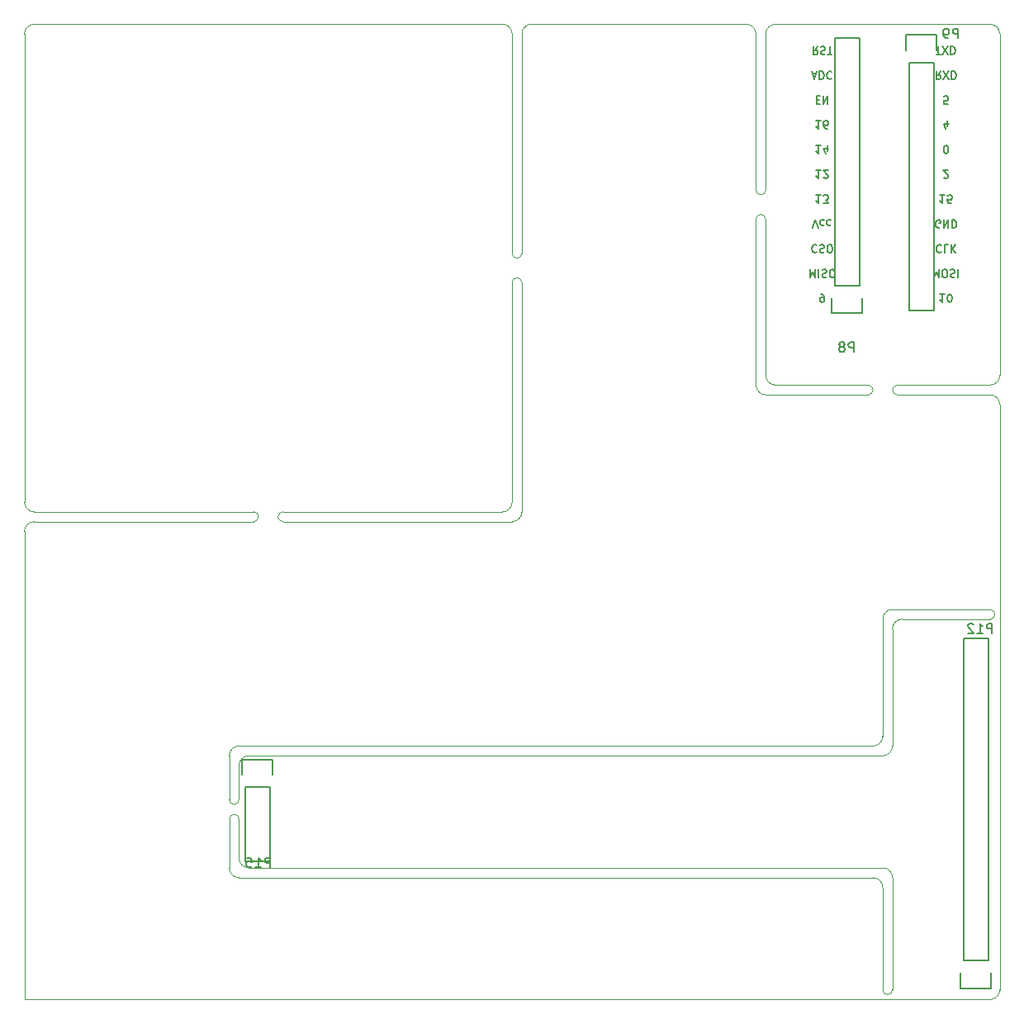
<source format=gbo>
G04 #@! TF.FileFunction,Legend,Bot*
%FSLAX46Y46*%
G04 Gerber Fmt 4.6, Leading zero omitted, Abs format (unit mm)*
G04 Created by KiCad (PCBNEW 4.0.2+dfsg1-stable) date Thu 29 Sep 2016 01:56:18 PM PDT*
%MOMM*%
G01*
G04 APERTURE LIST*
%ADD10C,0.100000*%
%ADD11C,0.010000*%
%ADD12C,0.150000*%
G04 APERTURE END LIST*
D10*
D11*
X0Y-49000000D02*
G75*
G03X1000000Y-50000000I1000000J0D01*
G01*
X1000000Y-51000000D02*
G75*
G03X0Y-52000000I0J-1000000D01*
G01*
X24000000Y-50500000D02*
G75*
G03X23500000Y-50000000I-500000J0D01*
G01*
X23500000Y-51000000D02*
G75*
G03X24000000Y-50500000I0J500000D01*
G01*
X26000000Y-50500000D02*
G75*
G03X26500000Y-51000000I500000J0D01*
G01*
X26500000Y-50000000D02*
G75*
G03X26000000Y-50500000I0J-500000D01*
G01*
X49000000Y-50000000D02*
G75*
G03X50000000Y-49000000I0J1000000D01*
G01*
X50000000Y-51000000D02*
G75*
G03X51000000Y-50000000I0J1000000D01*
G01*
X1000000Y0D02*
G75*
G03X0Y-1000000I0J-1000000D01*
G01*
X52000000Y0D02*
G75*
G03X51000000Y-1000000I0J-1000000D01*
G01*
X50000000Y-1000000D02*
G75*
G03X49000000Y0I-1000000J0D01*
G01*
X51000000Y-26500000D02*
G75*
G03X50500000Y-26000000I-500000J0D01*
G01*
X50500000Y-26000000D02*
G75*
G03X50000000Y-26500000I0J-500000D01*
G01*
X50500000Y-24000000D02*
G75*
G03X51000000Y-23500000I0J500000D01*
G01*
X50000000Y-23500000D02*
G75*
G03X50500000Y-24000000I500000J0D01*
G01*
X77000000Y0D02*
G75*
G03X76000000Y-1000000I0J-1000000D01*
G01*
X75000000Y-1000000D02*
G75*
G03X74000000Y0I-1000000J0D01*
G01*
X76000000Y-20000000D02*
G75*
G03X75500000Y-19500000I-500000J0D01*
G01*
X75500000Y-19500000D02*
G75*
G03X75000000Y-20000000I0J-500000D01*
G01*
X75500000Y-17500000D02*
G75*
G03X76000000Y-17000000I0J500000D01*
G01*
X75000000Y-17000000D02*
G75*
G03X75500000Y-17500000I500000J0D01*
G01*
X75000000Y-37000000D02*
G75*
G03X76000000Y-38000000I1000000J0D01*
G01*
X76000000Y-36000000D02*
G75*
G03X77000000Y-37000000I1000000J0D01*
G01*
X89000000Y-37500000D02*
G75*
G03X89500000Y-38000000I500000J0D01*
G01*
X89500000Y-37000000D02*
G75*
G03X89000000Y-37500000I0J-500000D01*
G01*
X86500000Y-38000000D02*
G75*
G03X87000000Y-37500000I0J500000D01*
G01*
X87000000Y-37500000D02*
G75*
G03X86500000Y-37000000I-500000J0D01*
G01*
X100000000Y-39000000D02*
G75*
G03X99000000Y-38000000I-1000000J0D01*
G01*
X99000000Y-37000000D02*
G75*
G03X100000000Y-36000000I0J1000000D01*
G01*
X100000000Y-1000000D02*
G75*
G03X99000000Y0I-1000000J0D01*
G01*
X99000000Y-100000000D02*
G75*
G03X100000000Y-99000000I0J1000000D01*
G01*
X99000000Y-61000000D02*
G75*
G03X99500000Y-60500000I0J500000D01*
G01*
X99500000Y-60500000D02*
G75*
G03X99000000Y-60000000I-500000J0D01*
G01*
X89000000Y-60000000D02*
G75*
G03X88000000Y-61000000I0J-1000000D01*
G01*
X90000000Y-61000000D02*
G75*
G03X89000000Y-62000000I0J-1000000D01*
G01*
X88000000Y-75000000D02*
G75*
G03X89000000Y-74000000I0J1000000D01*
G01*
X87000000Y-74000000D02*
G75*
G03X88000000Y-73000000I0J1000000D01*
G01*
X22000000Y-74000000D02*
G75*
G03X21000000Y-75000000I0J-1000000D01*
G01*
X23000000Y-75000000D02*
G75*
G03X22000000Y-76000000I0J-1000000D01*
G01*
X21500000Y-80000000D02*
G75*
G03X22000000Y-79500000I0J500000D01*
G01*
X21000000Y-79500000D02*
G75*
G03X21500000Y-80000000I500000J0D01*
G01*
X21500000Y-81000000D02*
G75*
G03X21000000Y-81500000I0J-500000D01*
G01*
X22000000Y-81500000D02*
G75*
G03X21500000Y-81000000I-500000J0D01*
G01*
X21000000Y-86500000D02*
G75*
G03X22000000Y-87500000I1000000J0D01*
G01*
X22000000Y-85500000D02*
G75*
G03X23000000Y-86500000I1000000J0D01*
G01*
X89000000Y-87500000D02*
G75*
G03X88000000Y-86500000I-1000000J0D01*
G01*
X88000000Y-88500000D02*
G75*
G03X87000000Y-87500000I-1000000J0D01*
G01*
X88500000Y-99500000D02*
G75*
G03X89000000Y-99000000I0J500000D01*
G01*
X88000000Y-99000000D02*
G75*
G03X88500000Y-99500000I500000J0D01*
G01*
X50000000Y-23500000D02*
X50000000Y-1000000D01*
X1000000Y-50000000D02*
X23500000Y-50000000D01*
X23500000Y-51000000D02*
X1000000Y-51000000D01*
X26500000Y-50000000D02*
X49000000Y-50000000D01*
X50000000Y-51000000D02*
X26500000Y-51000000D01*
X51000000Y-50000000D02*
X51000000Y-26500000D01*
X50000000Y-26500000D02*
X50000000Y-49000000D01*
X51000000Y-23500000D02*
X51000000Y-1000000D01*
X1000000Y0D02*
X49000000Y0D01*
X0Y-49000000D02*
X0Y-1000000D01*
X0Y-100000000D02*
X0Y-52000000D01*
X52000000Y0D02*
X74000000Y0D01*
X76000000Y-36000000D02*
X76000000Y-20000000D01*
X75000000Y-20000000D02*
X75000000Y-37000000D01*
X76000000Y-1000000D02*
X76000000Y-17000000D01*
X75000000Y-17000000D02*
X75000000Y-1000000D01*
X100000000Y-39000000D02*
X100000000Y-99000000D01*
X99000000Y0D02*
X77000000Y0D01*
X100000000Y-36000000D02*
X100000000Y-1000000D01*
X76000000Y-38000000D02*
X86500000Y-38000000D01*
X86500000Y-37000000D02*
X77000000Y-37000000D01*
X89500000Y-38000000D02*
X99000000Y-38000000D01*
X99000000Y-37000000D02*
X89500000Y-37000000D01*
X99000000Y-100000000D02*
X0Y-100000000D01*
X90000000Y-61000000D02*
X99000000Y-61000000D01*
X99000000Y-60000000D02*
X89000000Y-60000000D01*
X88000000Y-88500000D02*
X88000000Y-99000000D01*
X89000000Y-99000000D02*
X89000000Y-87500000D01*
X22000000Y-87500000D02*
X87000000Y-87500000D01*
X22000000Y-85500000D02*
X22000000Y-81500000D01*
X88000000Y-86500000D02*
X23000000Y-86500000D01*
X21000000Y-81500000D02*
X21000000Y-86500000D01*
X22000000Y-79500000D02*
X22000000Y-76000000D01*
X21000000Y-75000000D02*
X21000000Y-79500000D01*
X22000000Y-74000000D02*
X87000000Y-74000000D01*
X88000000Y-75000000D02*
X23000000Y-75000000D01*
X89000000Y-62000000D02*
X89000000Y-74000000D01*
X88000000Y-61000000D02*
X88000000Y-73000000D01*
D12*
X93222857Y-25158095D02*
X93222857Y-25958095D01*
X93489524Y-25386667D01*
X93756191Y-25958095D01*
X93756191Y-25158095D01*
X94289524Y-25958095D02*
X94441905Y-25958095D01*
X94518096Y-25920000D01*
X94594286Y-25843810D01*
X94632381Y-25691429D01*
X94632381Y-25424762D01*
X94594286Y-25272381D01*
X94518096Y-25196190D01*
X94441905Y-25158095D01*
X94289524Y-25158095D01*
X94213334Y-25196190D01*
X94137143Y-25272381D01*
X94099048Y-25424762D01*
X94099048Y-25691429D01*
X94137143Y-25843810D01*
X94213334Y-25920000D01*
X94289524Y-25958095D01*
X94937143Y-25196190D02*
X95051429Y-25158095D01*
X95241905Y-25158095D01*
X95318095Y-25196190D01*
X95356191Y-25234286D01*
X95394286Y-25310476D01*
X95394286Y-25386667D01*
X95356191Y-25462857D01*
X95318095Y-25500952D01*
X95241905Y-25539048D01*
X95089524Y-25577143D01*
X95013333Y-25615238D01*
X94975238Y-25653333D01*
X94937143Y-25729524D01*
X94937143Y-25805714D01*
X94975238Y-25881905D01*
X95013333Y-25920000D01*
X95089524Y-25958095D01*
X95280000Y-25958095D01*
X95394286Y-25920000D01*
X95737143Y-25158095D02*
X95737143Y-25958095D01*
X93870477Y-20840000D02*
X93794286Y-20878095D01*
X93680001Y-20878095D01*
X93565715Y-20840000D01*
X93489524Y-20763810D01*
X93451429Y-20687619D01*
X93413334Y-20535238D01*
X93413334Y-20420952D01*
X93451429Y-20268571D01*
X93489524Y-20192381D01*
X93565715Y-20116190D01*
X93680001Y-20078095D01*
X93756191Y-20078095D01*
X93870477Y-20116190D01*
X93908572Y-20154286D01*
X93908572Y-20420952D01*
X93756191Y-20420952D01*
X94251429Y-20078095D02*
X94251429Y-20878095D01*
X94708572Y-20078095D01*
X94708572Y-20878095D01*
X95089524Y-20078095D02*
X95089524Y-20878095D01*
X95280000Y-20878095D01*
X95394286Y-20840000D01*
X95470477Y-20763810D01*
X95508572Y-20687619D01*
X95546667Y-20535238D01*
X95546667Y-20420952D01*
X95508572Y-20268571D01*
X95470477Y-20192381D01*
X95394286Y-20116190D01*
X95280000Y-20078095D01*
X95089524Y-20078095D01*
X81341905Y-2298095D02*
X81075238Y-2679048D01*
X80884762Y-2298095D02*
X80884762Y-3098095D01*
X81189524Y-3098095D01*
X81265715Y-3060000D01*
X81303810Y-3021905D01*
X81341905Y-2945714D01*
X81341905Y-2831429D01*
X81303810Y-2755238D01*
X81265715Y-2717143D01*
X81189524Y-2679048D01*
X80884762Y-2679048D01*
X81646667Y-2336190D02*
X81760953Y-2298095D01*
X81951429Y-2298095D01*
X82027619Y-2336190D01*
X82065715Y-2374286D01*
X82103810Y-2450476D01*
X82103810Y-2526667D01*
X82065715Y-2602857D01*
X82027619Y-2640952D01*
X81951429Y-2679048D01*
X81799048Y-2717143D01*
X81722857Y-2755238D01*
X81684762Y-2793333D01*
X81646667Y-2869524D01*
X81646667Y-2945714D01*
X81684762Y-3021905D01*
X81722857Y-3060000D01*
X81799048Y-3098095D01*
X81989524Y-3098095D01*
X82103810Y-3060000D01*
X82332381Y-3098095D02*
X82789524Y-3098095D01*
X82560953Y-2298095D02*
X82560953Y-3098095D01*
X80789524Y-5066667D02*
X81170476Y-5066667D01*
X80713333Y-4838095D02*
X80980000Y-5638095D01*
X81246667Y-4838095D01*
X81513333Y-4838095D02*
X81513333Y-5638095D01*
X81703809Y-5638095D01*
X81818095Y-5600000D01*
X81894286Y-5523810D01*
X81932381Y-5447619D01*
X81970476Y-5295238D01*
X81970476Y-5180952D01*
X81932381Y-5028571D01*
X81894286Y-4952381D01*
X81818095Y-4876190D01*
X81703809Y-4838095D01*
X81513333Y-4838095D01*
X82770476Y-4914286D02*
X82732381Y-4876190D01*
X82618095Y-4838095D01*
X82541905Y-4838095D01*
X82427619Y-4876190D01*
X82351428Y-4952381D01*
X82313333Y-5028571D01*
X82275238Y-5180952D01*
X82275238Y-5295238D01*
X82313333Y-5447619D01*
X82351428Y-5523810D01*
X82427619Y-5600000D01*
X82541905Y-5638095D01*
X82618095Y-5638095D01*
X82732381Y-5600000D01*
X82770476Y-5561905D01*
X81189524Y-7797143D02*
X81456191Y-7797143D01*
X81570477Y-7378095D02*
X81189524Y-7378095D01*
X81189524Y-8178095D01*
X81570477Y-8178095D01*
X81913334Y-7378095D02*
X81913334Y-8178095D01*
X82370477Y-7378095D01*
X82370477Y-8178095D01*
X81627619Y-9918095D02*
X81170476Y-9918095D01*
X81399047Y-9918095D02*
X81399047Y-10718095D01*
X81322857Y-10603810D01*
X81246666Y-10527619D01*
X81170476Y-10489524D01*
X82313333Y-10718095D02*
X82160952Y-10718095D01*
X82084762Y-10680000D01*
X82046667Y-10641905D01*
X81970476Y-10527619D01*
X81932381Y-10375238D01*
X81932381Y-10070476D01*
X81970476Y-9994286D01*
X82008571Y-9956190D01*
X82084762Y-9918095D01*
X82237143Y-9918095D01*
X82313333Y-9956190D01*
X82351429Y-9994286D01*
X82389524Y-10070476D01*
X82389524Y-10260952D01*
X82351429Y-10337143D01*
X82313333Y-10375238D01*
X82237143Y-10413333D01*
X82084762Y-10413333D01*
X82008571Y-10375238D01*
X81970476Y-10337143D01*
X81932381Y-10260952D01*
X81627619Y-12458095D02*
X81170476Y-12458095D01*
X81399047Y-12458095D02*
X81399047Y-13258095D01*
X81322857Y-13143810D01*
X81246666Y-13067619D01*
X81170476Y-13029524D01*
X82313333Y-12991429D02*
X82313333Y-12458095D01*
X82122857Y-13296190D02*
X81932381Y-12724762D01*
X82427619Y-12724762D01*
X81627619Y-14998095D02*
X81170476Y-14998095D01*
X81399047Y-14998095D02*
X81399047Y-15798095D01*
X81322857Y-15683810D01*
X81246666Y-15607619D01*
X81170476Y-15569524D01*
X81932381Y-15721905D02*
X81970476Y-15760000D01*
X82046667Y-15798095D01*
X82237143Y-15798095D01*
X82313333Y-15760000D01*
X82351429Y-15721905D01*
X82389524Y-15645714D01*
X82389524Y-15569524D01*
X82351429Y-15455238D01*
X81894286Y-14998095D01*
X82389524Y-14998095D01*
X81627619Y-17538095D02*
X81170476Y-17538095D01*
X81399047Y-17538095D02*
X81399047Y-18338095D01*
X81322857Y-18223810D01*
X81246666Y-18147619D01*
X81170476Y-18109524D01*
X81894286Y-18338095D02*
X82389524Y-18338095D01*
X82122857Y-18033333D01*
X82237143Y-18033333D01*
X82313333Y-17995238D01*
X82351429Y-17957143D01*
X82389524Y-17880952D01*
X82389524Y-17690476D01*
X82351429Y-17614286D01*
X82313333Y-17576190D01*
X82237143Y-17538095D01*
X82008571Y-17538095D01*
X81932381Y-17576190D01*
X81894286Y-17614286D01*
X80827619Y-20878095D02*
X81094286Y-20078095D01*
X81360953Y-20878095D01*
X81970476Y-20116190D02*
X81894286Y-20078095D01*
X81741905Y-20078095D01*
X81665714Y-20116190D01*
X81627619Y-20154286D01*
X81589524Y-20230476D01*
X81589524Y-20459048D01*
X81627619Y-20535238D01*
X81665714Y-20573333D01*
X81741905Y-20611429D01*
X81894286Y-20611429D01*
X81970476Y-20573333D01*
X82656190Y-20116190D02*
X82580000Y-20078095D01*
X82427619Y-20078095D01*
X82351428Y-20116190D01*
X82313333Y-20154286D01*
X82275238Y-20230476D01*
X82275238Y-20459048D01*
X82313333Y-20535238D01*
X82351428Y-20573333D01*
X82427619Y-20611429D01*
X82580000Y-20611429D01*
X82656190Y-20573333D01*
X81227619Y-22694286D02*
X81189524Y-22656190D01*
X81075238Y-22618095D01*
X80999048Y-22618095D01*
X80884762Y-22656190D01*
X80808571Y-22732381D01*
X80770476Y-22808571D01*
X80732381Y-22960952D01*
X80732381Y-23075238D01*
X80770476Y-23227619D01*
X80808571Y-23303810D01*
X80884762Y-23380000D01*
X80999048Y-23418095D01*
X81075238Y-23418095D01*
X81189524Y-23380000D01*
X81227619Y-23341905D01*
X81532381Y-22656190D02*
X81646667Y-22618095D01*
X81837143Y-22618095D01*
X81913333Y-22656190D01*
X81951429Y-22694286D01*
X81989524Y-22770476D01*
X81989524Y-22846667D01*
X81951429Y-22922857D01*
X81913333Y-22960952D01*
X81837143Y-22999048D01*
X81684762Y-23037143D01*
X81608571Y-23075238D01*
X81570476Y-23113333D01*
X81532381Y-23189524D01*
X81532381Y-23265714D01*
X81570476Y-23341905D01*
X81608571Y-23380000D01*
X81684762Y-23418095D01*
X81875238Y-23418095D01*
X81989524Y-23380000D01*
X82484762Y-23418095D02*
X82637143Y-23418095D01*
X82713334Y-23380000D01*
X82789524Y-23303810D01*
X82827619Y-23151429D01*
X82827619Y-22884762D01*
X82789524Y-22732381D01*
X82713334Y-22656190D01*
X82637143Y-22618095D01*
X82484762Y-22618095D01*
X82408572Y-22656190D01*
X82332381Y-22732381D01*
X82294286Y-22884762D01*
X82294286Y-23151429D01*
X82332381Y-23303810D01*
X82408572Y-23380000D01*
X82484762Y-23418095D01*
X80522857Y-25158095D02*
X80522857Y-25958095D01*
X80789524Y-25386667D01*
X81056191Y-25958095D01*
X81056191Y-25158095D01*
X81437143Y-25158095D02*
X81437143Y-25958095D01*
X81780000Y-25196190D02*
X81894286Y-25158095D01*
X82084762Y-25158095D01*
X82160952Y-25196190D01*
X82199048Y-25234286D01*
X82237143Y-25310476D01*
X82237143Y-25386667D01*
X82199048Y-25462857D01*
X82160952Y-25500952D01*
X82084762Y-25539048D01*
X81932381Y-25577143D01*
X81856190Y-25615238D01*
X81818095Y-25653333D01*
X81780000Y-25729524D01*
X81780000Y-25805714D01*
X81818095Y-25881905D01*
X81856190Y-25920000D01*
X81932381Y-25958095D01*
X82122857Y-25958095D01*
X82237143Y-25920000D01*
X82732381Y-25958095D02*
X82884762Y-25958095D01*
X82960953Y-25920000D01*
X83037143Y-25843810D01*
X83075238Y-25691429D01*
X83075238Y-25424762D01*
X83037143Y-25272381D01*
X82960953Y-25196190D01*
X82884762Y-25158095D01*
X82732381Y-25158095D01*
X82656191Y-25196190D01*
X82580000Y-25272381D01*
X82541905Y-25424762D01*
X82541905Y-25691429D01*
X82580000Y-25843810D01*
X82656191Y-25920000D01*
X82732381Y-25958095D01*
X81627619Y-27698095D02*
X81780000Y-27698095D01*
X81856191Y-27736190D01*
X81894286Y-27774286D01*
X81970477Y-27888571D01*
X82008572Y-28040952D01*
X82008572Y-28345714D01*
X81970477Y-28421905D01*
X81932381Y-28460000D01*
X81856191Y-28498095D01*
X81703810Y-28498095D01*
X81627619Y-28460000D01*
X81589524Y-28421905D01*
X81551429Y-28345714D01*
X81551429Y-28155238D01*
X81589524Y-28079048D01*
X81627619Y-28040952D01*
X81703810Y-28002857D01*
X81856191Y-28002857D01*
X81932381Y-28040952D01*
X81970477Y-28079048D01*
X82008572Y-28155238D01*
X94327619Y-27698095D02*
X93870476Y-27698095D01*
X94099047Y-27698095D02*
X94099047Y-28498095D01*
X94022857Y-28383810D01*
X93946666Y-28307619D01*
X93870476Y-28269524D01*
X94822857Y-28498095D02*
X94899048Y-28498095D01*
X94975238Y-28460000D01*
X95013333Y-28421905D01*
X95051429Y-28345714D01*
X95089524Y-28193333D01*
X95089524Y-28002857D01*
X95051429Y-27850476D01*
X95013333Y-27774286D01*
X94975238Y-27736190D01*
X94899048Y-27698095D01*
X94822857Y-27698095D01*
X94746667Y-27736190D01*
X94708571Y-27774286D01*
X94670476Y-27850476D01*
X94632381Y-28002857D01*
X94632381Y-28193333D01*
X94670476Y-28345714D01*
X94708571Y-28421905D01*
X94746667Y-28460000D01*
X94822857Y-28498095D01*
X94003810Y-22694286D02*
X93965715Y-22656190D01*
X93851429Y-22618095D01*
X93775239Y-22618095D01*
X93660953Y-22656190D01*
X93584762Y-22732381D01*
X93546667Y-22808571D01*
X93508572Y-22960952D01*
X93508572Y-23075238D01*
X93546667Y-23227619D01*
X93584762Y-23303810D01*
X93660953Y-23380000D01*
X93775239Y-23418095D01*
X93851429Y-23418095D01*
X93965715Y-23380000D01*
X94003810Y-23341905D01*
X94727620Y-22618095D02*
X94346667Y-22618095D01*
X94346667Y-23418095D01*
X94994286Y-22618095D02*
X94994286Y-23418095D01*
X95451429Y-22618095D02*
X95108572Y-23075238D01*
X95451429Y-23418095D02*
X94994286Y-22960952D01*
X94327619Y-17538095D02*
X93870476Y-17538095D01*
X94099047Y-17538095D02*
X94099047Y-18338095D01*
X94022857Y-18223810D01*
X93946666Y-18147619D01*
X93870476Y-18109524D01*
X95051429Y-18338095D02*
X94670476Y-18338095D01*
X94632381Y-17957143D01*
X94670476Y-17995238D01*
X94746667Y-18033333D01*
X94937143Y-18033333D01*
X95013333Y-17995238D01*
X95051429Y-17957143D01*
X95089524Y-17880952D01*
X95089524Y-17690476D01*
X95051429Y-17614286D01*
X95013333Y-17576190D01*
X94937143Y-17538095D01*
X94746667Y-17538095D01*
X94670476Y-17576190D01*
X94632381Y-17614286D01*
X94251429Y-15721905D02*
X94289524Y-15760000D01*
X94365715Y-15798095D01*
X94556191Y-15798095D01*
X94632381Y-15760000D01*
X94670477Y-15721905D01*
X94708572Y-15645714D01*
X94708572Y-15569524D01*
X94670477Y-15455238D01*
X94213334Y-14998095D01*
X94708572Y-14998095D01*
X94441905Y-13258095D02*
X94518096Y-13258095D01*
X94594286Y-13220000D01*
X94632381Y-13181905D01*
X94670477Y-13105714D01*
X94708572Y-12953333D01*
X94708572Y-12762857D01*
X94670477Y-12610476D01*
X94632381Y-12534286D01*
X94594286Y-12496190D01*
X94518096Y-12458095D01*
X94441905Y-12458095D01*
X94365715Y-12496190D01*
X94327619Y-12534286D01*
X94289524Y-12610476D01*
X94251429Y-12762857D01*
X94251429Y-12953333D01*
X94289524Y-13105714D01*
X94327619Y-13181905D01*
X94365715Y-13220000D01*
X94441905Y-13258095D01*
X94632381Y-10451429D02*
X94632381Y-9918095D01*
X94441905Y-10756190D02*
X94251429Y-10184762D01*
X94746667Y-10184762D01*
X94670477Y-8178095D02*
X94289524Y-8178095D01*
X94251429Y-7797143D01*
X94289524Y-7835238D01*
X94365715Y-7873333D01*
X94556191Y-7873333D01*
X94632381Y-7835238D01*
X94670477Y-7797143D01*
X94708572Y-7720952D01*
X94708572Y-7530476D01*
X94670477Y-7454286D01*
X94632381Y-7416190D01*
X94556191Y-7378095D01*
X94365715Y-7378095D01*
X94289524Y-7416190D01*
X94251429Y-7454286D01*
X93946667Y-4838095D02*
X93680000Y-5219048D01*
X93489524Y-4838095D02*
X93489524Y-5638095D01*
X93794286Y-5638095D01*
X93870477Y-5600000D01*
X93908572Y-5561905D01*
X93946667Y-5485714D01*
X93946667Y-5371429D01*
X93908572Y-5295238D01*
X93870477Y-5257143D01*
X93794286Y-5219048D01*
X93489524Y-5219048D01*
X94213334Y-5638095D02*
X94746667Y-4838095D01*
X94746667Y-5638095D02*
X94213334Y-4838095D01*
X95051429Y-4838095D02*
X95051429Y-5638095D01*
X95241905Y-5638095D01*
X95356191Y-5600000D01*
X95432382Y-5523810D01*
X95470477Y-5447619D01*
X95508572Y-5295238D01*
X95508572Y-5180952D01*
X95470477Y-5028571D01*
X95432382Y-4952381D01*
X95356191Y-4876190D01*
X95241905Y-4838095D01*
X95051429Y-4838095D01*
X93470476Y-3098095D02*
X93927619Y-3098095D01*
X93699048Y-2298095D02*
X93699048Y-3098095D01*
X94118096Y-3098095D02*
X94651429Y-2298095D01*
X94651429Y-3098095D02*
X94118096Y-2298095D01*
X94956191Y-2298095D02*
X94956191Y-3098095D01*
X95146667Y-3098095D01*
X95260953Y-3060000D01*
X95337144Y-2983810D01*
X95375239Y-2907619D01*
X95413334Y-2755238D01*
X95413334Y-2640952D01*
X95375239Y-2488571D01*
X95337144Y-2412381D01*
X95260953Y-2336190D01*
X95146667Y-2298095D01*
X94956191Y-2298095D01*
X85590000Y-26790000D02*
X85590000Y-1390000D01*
X85590000Y-1390000D02*
X83050000Y-1390000D01*
X83050000Y-1390000D02*
X83050000Y-26790000D01*
X85870000Y-29610000D02*
X85870000Y-28060000D01*
X85590000Y-26790000D02*
X83050000Y-26790000D01*
X82770000Y-28060000D02*
X82770000Y-29610000D01*
X82770000Y-29610000D02*
X85870000Y-29610000D01*
X90670000Y-3930000D02*
X90670000Y-29330000D01*
X90670000Y-29330000D02*
X93210000Y-29330000D01*
X93210000Y-29330000D02*
X93210000Y-3930000D01*
X90390000Y-1110000D02*
X90390000Y-2660000D01*
X90670000Y-3930000D02*
X93210000Y-3930000D01*
X93490000Y-2660000D02*
X93490000Y-1110000D01*
X93490000Y-1110000D02*
X90390000Y-1110000D01*
X98806000Y-96012000D02*
X98806000Y-62992000D01*
X98806000Y-62992000D02*
X96266000Y-62992000D01*
X96266000Y-62992000D02*
X96266000Y-96012000D01*
X95986000Y-98832000D02*
X95986000Y-97282000D01*
X96266000Y-96012000D02*
X98806000Y-96012000D01*
X99086000Y-97282000D02*
X99086000Y-98832000D01*
X99086000Y-98832000D02*
X95986000Y-98832000D01*
X22606000Y-78232000D02*
X22606000Y-85852000D01*
X25146000Y-78232000D02*
X25146000Y-85852000D01*
X25426000Y-75412000D02*
X25426000Y-76962000D01*
X22606000Y-85852000D02*
X25146000Y-85852000D01*
X25146000Y-78232000D02*
X22606000Y-78232000D01*
X22326000Y-76962000D02*
X22326000Y-75412000D01*
X22326000Y-75412000D02*
X25426000Y-75412000D01*
X85058095Y-33612381D02*
X85058095Y-32612381D01*
X84677142Y-32612381D01*
X84581904Y-32660000D01*
X84534285Y-32707619D01*
X84486666Y-32802857D01*
X84486666Y-32945714D01*
X84534285Y-33040952D01*
X84581904Y-33088571D01*
X84677142Y-33136190D01*
X85058095Y-33136190D01*
X83915238Y-33040952D02*
X84010476Y-32993333D01*
X84058095Y-32945714D01*
X84105714Y-32850476D01*
X84105714Y-32802857D01*
X84058095Y-32707619D01*
X84010476Y-32660000D01*
X83915238Y-32612381D01*
X83724761Y-32612381D01*
X83629523Y-32660000D01*
X83581904Y-32707619D01*
X83534285Y-32802857D01*
X83534285Y-32850476D01*
X83581904Y-32945714D01*
X83629523Y-32993333D01*
X83724761Y-33040952D01*
X83915238Y-33040952D01*
X84010476Y-33088571D01*
X84058095Y-33136190D01*
X84105714Y-33231429D01*
X84105714Y-33421905D01*
X84058095Y-33517143D01*
X84010476Y-33564762D01*
X83915238Y-33612381D01*
X83724761Y-33612381D01*
X83629523Y-33564762D01*
X83581904Y-33517143D01*
X83534285Y-33421905D01*
X83534285Y-33231429D01*
X83581904Y-33136190D01*
X83629523Y-33088571D01*
X83724761Y-33040952D01*
X95738095Y-1452381D02*
X95738095Y-452381D01*
X95357142Y-452381D01*
X95261904Y-500000D01*
X95214285Y-547619D01*
X95166666Y-642857D01*
X95166666Y-785714D01*
X95214285Y-880952D01*
X95261904Y-928571D01*
X95357142Y-976190D01*
X95738095Y-976190D01*
X94690476Y-1452381D02*
X94500000Y-1452381D01*
X94404761Y-1404762D01*
X94357142Y-1357143D01*
X94261904Y-1214286D01*
X94214285Y-1023810D01*
X94214285Y-642857D01*
X94261904Y-547619D01*
X94309523Y-500000D01*
X94404761Y-452381D01*
X94595238Y-452381D01*
X94690476Y-500000D01*
X94738095Y-547619D01*
X94785714Y-642857D01*
X94785714Y-880952D01*
X94738095Y-976190D01*
X94690476Y-1023810D01*
X94595238Y-1071429D01*
X94404761Y-1071429D01*
X94309523Y-1023810D01*
X94261904Y-976190D01*
X94214285Y-880952D01*
X99214286Y-62452381D02*
X99214286Y-61452381D01*
X98833333Y-61452381D01*
X98738095Y-61500000D01*
X98690476Y-61547619D01*
X98642857Y-61642857D01*
X98642857Y-61785714D01*
X98690476Y-61880952D01*
X98738095Y-61928571D01*
X98833333Y-61976190D01*
X99214286Y-61976190D01*
X97690476Y-62452381D02*
X98261905Y-62452381D01*
X97976191Y-62452381D02*
X97976191Y-61452381D01*
X98071429Y-61595238D01*
X98166667Y-61690476D01*
X98261905Y-61738095D01*
X97309524Y-61547619D02*
X97261905Y-61500000D01*
X97166667Y-61452381D01*
X96928571Y-61452381D01*
X96833333Y-61500000D01*
X96785714Y-61547619D01*
X96738095Y-61642857D01*
X96738095Y-61738095D01*
X96785714Y-61880952D01*
X97357143Y-62452381D01*
X96738095Y-62452381D01*
X25214286Y-86452381D02*
X25214286Y-85452381D01*
X24833333Y-85452381D01*
X24738095Y-85500000D01*
X24690476Y-85547619D01*
X24642857Y-85642857D01*
X24642857Y-85785714D01*
X24690476Y-85880952D01*
X24738095Y-85928571D01*
X24833333Y-85976190D01*
X25214286Y-85976190D01*
X23690476Y-86452381D02*
X24261905Y-86452381D01*
X23976191Y-86452381D02*
X23976191Y-85452381D01*
X24071429Y-85595238D01*
X24166667Y-85690476D01*
X24261905Y-85738095D01*
X22785714Y-85452381D02*
X23261905Y-85452381D01*
X23309524Y-85928571D01*
X23261905Y-85880952D01*
X23166667Y-85833333D01*
X22928571Y-85833333D01*
X22833333Y-85880952D01*
X22785714Y-85928571D01*
X22738095Y-86023810D01*
X22738095Y-86261905D01*
X22785714Y-86357143D01*
X22833333Y-86404762D01*
X22928571Y-86452381D01*
X23166667Y-86452381D01*
X23261905Y-86404762D01*
X23309524Y-86357143D01*
M02*

</source>
